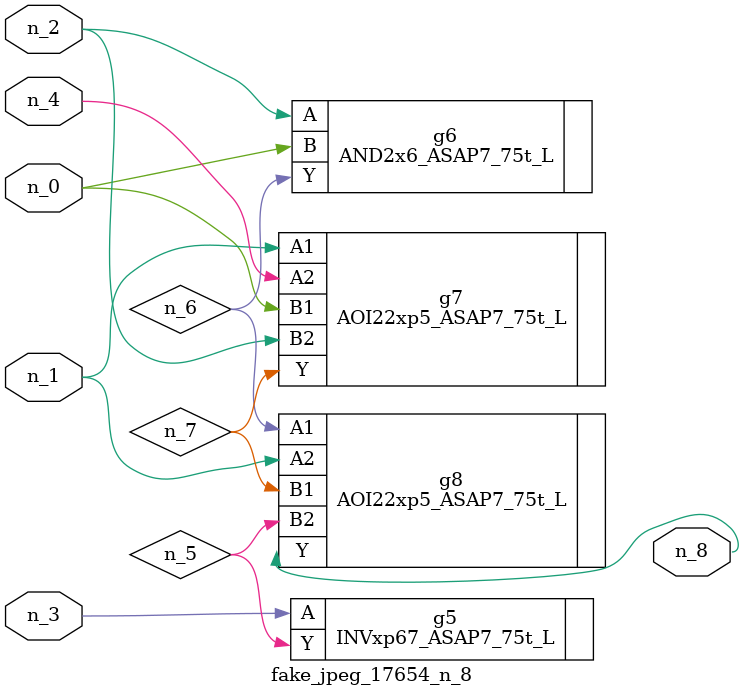
<source format=v>
module fake_jpeg_17654_n_8 (n_3, n_2, n_1, n_0, n_4, n_8);

input n_3;
input n_2;
input n_1;
input n_0;
input n_4;

output n_8;

wire n_6;
wire n_5;
wire n_7;

INVxp67_ASAP7_75t_L g5 ( 
.A(n_3),
.Y(n_5)
);

AND2x6_ASAP7_75t_L g6 ( 
.A(n_2),
.B(n_0),
.Y(n_6)
);

AOI22xp5_ASAP7_75t_L g7 ( 
.A1(n_1),
.A2(n_4),
.B1(n_0),
.B2(n_2),
.Y(n_7)
);

AOI22xp5_ASAP7_75t_L g8 ( 
.A1(n_6),
.A2(n_1),
.B1(n_7),
.B2(n_5),
.Y(n_8)
);


endmodule
</source>
